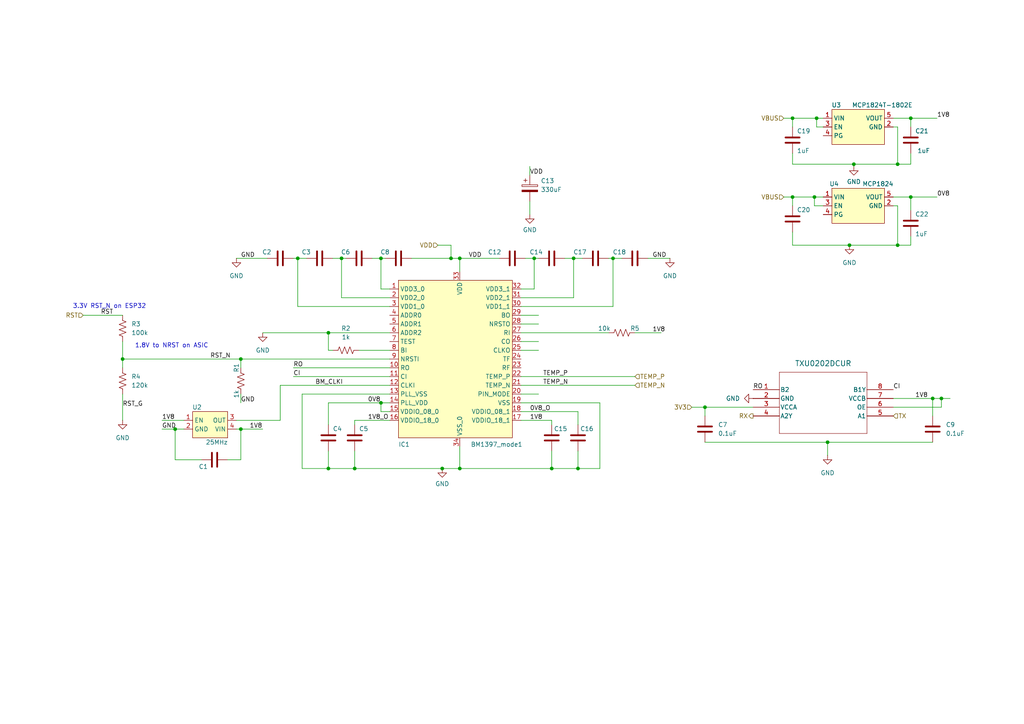
<source format=kicad_sch>
(kicad_sch (version 20231120) (generator "eeschema") (generator_version "8.0")
  (paper "A4")
  (lib_symbols
    (symbol "Device:C" (pin_numbers hide) (pin_names (offset 0.254))
      (property "Reference" "C" (at 0.635 2.54 0))
      (property "Value" "C" (at 0.635 -2.54 0))
      (symbol "C_0_1"
        (polyline (pts (xy -2.032 -0.762) (xy 2.032 -0.762)) (stroke (width 0.508)))
        (polyline (pts (xy -2.032 0.762) (xy 2.032 0.762)) (stroke (width 0.508)))
      )
      (symbol "C_1_1"
        (pin passive line (at 0 3.81 270) (length 2.794) (name "~") (number "1"))
        (pin passive line (at 0 -3.81 90) (length 2.794) (name "~") (number "2"))
      )
    )
    (symbol "Device:C_Polarized" (pin_numbers hide) (pin_names (offset 0.254))
      (property "Reference" "C" (at 0.635 2.54 0))
      (property "Value" "C_Polarized" (at 0.635 -2.54 0))
      (symbol "C_Polarized_0_1"
        (rectangle (start -2.286 0.508) (end 2.286 1.016))
        (polyline (pts (xy -1.778 2.286) (xy -0.762 2.286)))
        (polyline (pts (xy -1.27 2.794) (xy -1.27 1.778)))
        (rectangle (start 2.286 -0.508) (end -2.286 -1.016) (fill (type outline)))
      )
      (symbol "C_Polarized_1_1"
        (pin passive line (at 0 3.81 270) (length 2.794) (name "~") (number "1"))
        (pin passive line (at 0 -3.81 90) (length 2.794) (name "~") (number "2"))
      )
    )
    (symbol "Device:R_US" (pin_numbers hide) (pin_names (offset 0))
      (property "Reference" "R" (at 2.54 0 90))
      (property "Value" "R_US" (at -2.54 0 90))
      (symbol "R_US_0_1"
        (polyline (pts (xy 0 -2.286) (xy 0 -2.54)))
        (polyline (pts (xy 0 2.286) (xy 0 2.54)))
        (polyline (pts (xy 0 -0.762) (xy 1.016 -1.143) (xy 0 -1.524) (xy -1.016 -1.905) (xy 0 -2.286)))
        (polyline (pts (xy 0 0.762) (xy 1.016 0.381) (xy 0 0) (xy -1.016 -0.381) (xy 0 -0.762)))
        (polyline (pts (xy 0 2.286) (xy 1.016 1.905) (xy 0 1.524) (xy -1.016 1.143) (xy 0 0.762)))
      )
      (symbol "R_US_1_1"
        (pin passive line (at 0 3.81 270) (length 1.27) (name "~") (number "1"))
        (pin passive line (at 0 -3.81 90) (length 1.27) (name "~") (number "2"))
      )
    )
    (symbol "GND_1" (power) (pin_numbers hide) (pin_names (offset 0) hide)
      (property "Value" "GND" (at 0 -3.81 0))
      (symbol "GND_1_0_1"
        (polyline (pts (xy 0 0) (xy 0 -1.27) (xy 1.27 -1.27) (xy 0 -2.54) (xy -1.27 -1.27) (xy 0 -1.27)))
      )
      (symbol "GND_1_1_1"
        (pin power_in line (at 0 0 270) (length 0) (name "~") (number "1"))
      )
    )
    (symbol "GND_2" (power) (pin_numbers hide) (pin_names (offset 0) hide)
      (property "Value" "GND" (at 0 -3.81 0))
      (symbol "GND_2_0_1"
        (polyline (pts (xy 0 0) (xy 0 -1.27) (xy 1.27 -1.27) (xy 0 -2.54) (xy -1.27 -1.27) (xy 0 -1.27)))
      )
      (symbol "GND_2_1_1"
        (pin power_in line (at 0 0 270) (length 0) (name "~") (number "1"))
      )
    )
    (symbol "GND_3" (power) (pin_numbers hide) (pin_names (offset 0) hide)
      (property "Value" "GND" (at 0 -3.81 0))
      (symbol "GND_3_0_1"
        (polyline (pts (xy 0 0) (xy 0 -1.27) (xy 1.27 -1.27) (xy 0 -2.54) (xy -1.27 -1.27) (xy 0 -1.27)))
      )
      (symbol "GND_3_1_1"
        (pin power_in line (at 0 0 270) (length 0) (name "~") (number "1"))
      )
    )
    (symbol "GND_4" (power) (pin_numbers hide) (pin_names (offset 0) hide)
      (property "Value" "GND" (at 0 -3.81 0))
      (symbol "GND_4_0_1"
        (polyline (pts (xy 0 0) (xy 0 -1.27) (xy 1.27 -1.27) (xy 0 -2.54) (xy -1.27 -1.27) (xy 0 -1.27)))
      )
      (symbol "GND_4_1_1"
        (pin power_in line (at 0 0 270) (length 0) (name "~") (number "1"))
      )
    )
    (symbol "GND_5" (power) (pin_numbers hide) (pin_names (offset 0) hide)
      (property "Value" "GND" (at 0 -3.81 0))
      (symbol "GND_5_0_1"
        (polyline (pts (xy 0 0) (xy 0 -1.27) (xy 1.27 -1.27) (xy 0 -2.54) (xy -1.27 -1.27) (xy 0 -1.27)))
      )
      (symbol "GND_5_1_1"
        (pin power_in line (at 0 0 270) (length 0) (name "~") (number "1"))
      )
    )
    (symbol "GND_6" (power) (pin_numbers hide) (pin_names (offset 0) hide)
      (property "Value" "GND" (at 0 -3.81 0))
      (symbol "GND_6_0_1"
        (polyline (pts (xy 0 0) (xy 0 -1.27) (xy 1.27 -1.27) (xy 0 -2.54) (xy -1.27 -1.27) (xy 0 -1.27)))
      )
      (symbol "GND_6_1_1"
        (pin power_in line (at 0 0 270) (length 0) (name "~") (number "1"))
      )
    )
    (symbol "MCP1824_1"
      (property "Reference" "U" (at -7.62 5.08 0))
      (property "Value" "MCP1824_1" (at 5.08 5.08 0))
      (symbol "MCP1824_1_0_1"
        (rectangle (start -7.62 3.81) (end 7.62 -6.35) (stroke (width 0.1524)) (fill (type background)))
      )
      (symbol "MCP1824_1_1_0"
        (pin bidirectional line (at -10.16 1.27 0) (length 2.54) (name "VIN") (number "1"))
        (pin bidirectional line (at 10.16 -1.27 180) (length 2.54) (name "GND") (number "2"))
        (pin bidirectional line (at -10.16 -1.27 0) (length 2.54) (name "EN") (number "3"))
        (pin bidirectional line (at -10.16 -3.81 0) (length 2.54) (name "PG") (number "4"))
        (pin bidirectional line (at 10.16 1.27 180) (length 2.54) (name "VOUT") (number "5"))
      )
    )
    (symbol "bitaxe:BM1397_mode1"
      (property "Reference" "IC" (at -17.78 17.78 0))
      (property "Value" "BM1397_mode1" (at -17.78 -30.48 0))
      (symbol "BM1397_mode1_1_0"
        (pin bidirectional line (at -20.32 15.24 0) (length 2.54) (name "VDD3_0") (number "1"))
        (pin bidirectional line (at -20.32 -7.62 0) (length 2.54) (name "RO") (number "10"))
        (pin bidirectional line (at -20.32 -10.16 0) (length 2.54) (name "CI") (number "11"))
        (pin bidirectional line (at -20.32 -12.7 0) (length 2.54) (name "CLKI") (number "12"))
        (pin bidirectional line (at -20.32 -15.24 0) (length 2.54) (name "PLL_VSS") (number "13"))
        (pin bidirectional line (at -20.32 -17.78 0) (length 2.54) (name "PLL_VDD") (number "14"))
        (pin bidirectional line (at -20.32 -20.32 0) (length 2.54) (name "VDDIO_08_0") (number "15"))
        (pin bidirectional line (at -20.32 -22.86 0) (length 2.54) (name "VDDIO_18_0") (number "16"))
        (pin bidirectional line (at 17.78 -22.86 180) (length 2.54) (name "VDDIO_18_1") (number "17"))
        (pin bidirectional line (at 17.78 -20.32 180) (length 2.54) (name "VDDIO_08_1") (number "18"))
        (pin bidirectional line (at 17.78 -17.78 180) (length 2.54) (name "VSS") (number "19"))
        (pin bidirectional line (at -20.32 12.7 0) (length 2.54) (name "VDD2_0") (number "2"))
        (pin bidirectional line (at 17.78 -15.24 180) (length 2.54) (name "PIN_MODE") (number "20"))
        (pin bidirectional line (at 17.78 -12.7 180) (length 2.54) (name "TEMP_N") (number "21"))
        (pin bidirectional line (at 17.78 -10.16 180) (length 2.54) (name "TEMP_P") (number "22"))
        (pin bidirectional line (at 17.78 -7.62 180) (length 2.54) (name "RF") (number "23"))
        (pin bidirectional line (at 17.78 -5.08 180) (length 2.54) (name "TF") (number "24"))
        (pin bidirectional line (at 17.78 -2.54 180) (length 2.54) (name "CLKO") (number "25"))
        (pin bidirectional line (at 17.78 0 180) (length 2.54) (name "CO") (number "26"))
        (pin bidirectional line (at 17.78 2.54 180) (length 2.54) (name "RI") (number "27"))
        (pin bidirectional line (at 17.78 5.08 180) (length 2.54) (name "NRSTO") (number "28"))
        (pin bidirectional line (at 17.78 7.62 180) (length 2.54) (name "BO") (number "29"))
        (pin bidirectional line (at -20.32 10.16 0) (length 2.54) (name "VDD1_0") (number "3"))
        (pin bidirectional line (at 17.78 10.16 180) (length 2.54) (name "VDD1_1") (number "30"))
        (pin bidirectional line (at 17.78 12.7 180) (length 2.54) (name "VDD2_1") (number "31"))
        (pin bidirectional line (at 17.78 15.24 180) (length 2.54) (name "VDD3_1") (number "32"))
        (pin bidirectional line (at 0 20.32 270) (length 2.54) (name "VDD") (number "33"))
        (pin bidirectional line (at 0 -30.48 90) (length 2.54) (name "VSS_0") (number "34"))
        (pin bidirectional line (at -20.32 7.62 0) (length 2.54) (name "ADDR0") (number "4"))
        (pin bidirectional line (at -20.32 5.08 0) (length 2.54) (name "ADDR1") (number "5"))
        (pin bidirectional line (at -20.32 2.54 0) (length 2.54) (name "ADDR2") (number "6"))
        (pin bidirectional line (at -20.32 0 0) (length 2.54) (name "TEST") (number "7"))
        (pin bidirectional line (at -20.32 -2.54 0) (length 2.54) (name "BI") (number "8"))
        (pin bidirectional line (at -20.32 -5.08 0) (length 2.54) (name "NRSTI") (number "9"))
      )
      (symbol "BM1397_mode1_1_1"
        (rectangle (start -17.78 17.78) (end 15.24 -27.94) (stroke (width 0.1524)) (fill (type background)))
      )
    )
    (symbol "bitaxe:MCP1824"
      (property "Reference" "U" (at -7.62 5.08 0))
      (property "Value" "MCP1824" (at 5.08 5.08 0))
      (symbol "MCP1824_0_1"
        (rectangle (start -7.62 3.81) (end 7.62 -6.35) (stroke (width 0.1524)) (fill (type background)))
      )
      (symbol "MCP1824_1_0"
        (pin bidirectional line (at -10.16 1.27 0) (length 2.54) (name "VIN") (number "1"))
        (pin bidirectional line (at 10.16 -1.27 180) (length 2.54) (name "GND") (number "2"))
        (pin bidirectional line (at -10.16 -1.27 0) (length 2.54) (name "EN") (number "3"))
        (pin bidirectional line (at -10.16 -3.81 0) (length 2.54) (name "PG") (number "4"))
        (pin bidirectional line (at 10.16 1.27 180) (length 2.54) (name "VOUT") (number "5"))
      )
    )
    (symbol "bitaxe:TXU0202DCUR" (pin_names (offset 0.254))
      (property "Reference" "U" (at 20.32 10.16 0))
      (property "Value" "TXU0202DCUR" (at 20.32 7.62 0))
      (symbol "TXU0202DCUR_0_1"
        (polyline (pts (xy 7.62 -12.7) (xy 33.02 -12.7)) (stroke (width 0.127)))
        (polyline (pts (xy 7.62 5.08) (xy 7.62 -12.7)) (stroke (width 0.127)))
        (polyline (pts (xy 33.02 -12.7) (xy 33.02 5.08)) (stroke (width 0.127)))
        (polyline (pts (xy 33.02 5.08) (xy 7.62 5.08)) (stroke (width 0.127)))
        (pin input line (at 0 0 0) (length 7.62) (name "B2") (number "1"))
        (pin power_out line (at 0 -2.54 0) (length 7.62) (name "GND") (number "2"))
        (pin power_in line (at 0 -5.08 0) (length 7.62) (name "VCCA") (number "3"))
        (pin output line (at 0 -7.62 0) (length 7.62) (name "A2Y") (number "4"))
        (pin input line (at 40.64 -7.62 180) (length 7.62) (name "A1") (number "5"))
        (pin input line (at 40.64 -5.08 180) (length 7.62) (name "OE") (number "6"))
        (pin power_in line (at 40.64 -2.54 180) (length 7.62) (name "VCCB") (number "7"))
        (pin output line (at 40.64 0 180) (length 7.62) (name "B1Y") (number "8"))
      )
    )
    (symbol "bitaxe:oscillator"
      (property "Reference" "U" (at -3.81 5.08 0))
      (property "Value" "oscillator" (at 0 -5.08 0))
      (symbol "oscillator_0_1"
        (rectangle (start -5.08 3.81) (end 5.08 -3.81) (stroke (width 0.1524)) (fill (type background)))
      )
      (symbol "oscillator_1_0"
        (pin bidirectional line (at -7.62 1.27 0) (length 2.54) (name "EN") (number "1"))
        (pin bidirectional line (at -7.62 -1.27 0) (length 2.54) (name "GND") (number "2"))
        (pin bidirectional line (at 7.62 1.27 180) (length 2.54) (name "OUT") (number "3"))
        (pin bidirectional line (at 7.62 -1.27 180) (length 2.54) (name "VIN") (number "4"))
      )
    )
    (symbol "power:GND" (power) (pin_names (offset 0))
      (property "Value" "GND" (at 0 -3.81 0))
      (symbol "GND_0_1"
        (polyline (pts (xy 0 0) (xy 0 -1.27) (xy 1.27 -1.27) (xy 0 -2.54) (xy -1.27 -1.27) (xy 0 -1.27)))
      )
      (symbol "GND_1_1"
        (pin power_in line (at 0 0 270) (length 0) hide (name "GND") (number "1"))
      )
    )
  )
  (junction (at 240.03 128.27))
  (junction (at 260.35 47.625) (diameter 0.9144))
  (junction (at 229.87 57.15) (diameter 0.9144))
  (junction (at 236.855 34.29))
  (junction (at 95.25 135.89))
  (junction (at 229.87 34.29) (diameter 0.9144))
  (junction (at 160.02 135.89))
  (junction (at 130.81 74.93))
  (junction (at 50.8 124.46))
  (junction (at 204.47 118.11))
  (junction (at 167.64 135.89))
  (junction (at 270.51 115.57))
  (junction (at 128.27 135.89))
  (junction (at 102.87 135.89))
  (junction (at 236.22 57.15))
  (junction (at 247.65 47.625))
  (junction (at 264.16 57.15) (diameter 0.9144))
  (junction (at 99.06 74.93))
  (junction (at 154.94 74.93))
  (junction (at 35.56 104.14))
  (junction (at 273.05 115.57))
  (junction (at 166.37 74.93))
  (junction (at 95.25 96.52))
  (junction (at 264.16 34.29) (diameter 0.9144))
  (junction (at 86.36 74.93))
  (junction (at 177.8 74.93))
  (junction (at 246.38 71.12))
  (junction (at 110.49 116.84))
  (junction (at 133.35 135.89))
  (junction (at 69.85 124.46))
  (junction (at 133.35 74.93))
  (junction (at 260.35 71.12) (diameter 0.9144))
  (junction (at 69.85 104.14))
  (junction (at 110.49 74.93))
  (wire (pts (xy 273.05 118.11) (xy 273.05 115.57)))
  (wire (pts (xy 133.35 135.89) (xy 133.35 129.54)))
  (wire (pts (xy 110.49 74.93) (xy 110.49 83.82)))
  (wire (pts (xy 35.56 104.14) (xy 69.85 104.14)))
  (wire (pts (xy 107.95 74.93) (xy 110.49 74.93)))
  (wire (pts (xy 69.85 124.46) (xy 76.2 124.46)))
  (wire (pts (xy 102.87 130.81) (xy 102.87 135.89)))
  (wire (pts (xy 68.58 124.46) (xy 69.85 124.46)))
  (wire (pts (xy 187.96 74.93) (xy 194.31 74.93)))
  (wire (pts (xy 154.94 74.93) (xy 156.21 74.93)))
  (wire (pts (xy 240.03 128.27) (xy 270.51 128.27)))
  (wire (pts (xy 273.05 115.57) (xy 275.59 115.57)))
  (wire (pts (xy 76.2 96.52) (xy 95.25 96.52)))
  (wire (pts (xy 166.37 86.36) (xy 166.37 74.93)))
  (wire (pts (xy 153.67 58.42) (xy 153.67 62.23)))
  (wire (pts (xy 236.22 59.69) (xy 238.76 59.69)))
  (wire (pts (xy 184.15 96.52) (xy 191.77 96.52)))
  (wire (pts (xy 160.02 130.81) (xy 160.02 135.89)))
  (wire (pts (xy 86.36 88.9) (xy 86.36 74.93)))
  (wire (pts (xy 173.99 116.84) (xy 151.13 116.84)))
  (wire (pts (xy 260.35 71.12) (xy 246.38 71.12)))
  (wire (pts (xy 110.49 119.38) (xy 110.49 116.84)))
  (wire (pts (xy 35.56 104.14) (xy 35.56 106.68)))
  (wire (pts (xy 68.58 121.92) (xy 81.28 121.92)))
  (wire (pts (xy 264.16 34.29) (xy 271.78 34.29)))
  (wire (pts (xy 260.35 59.69) (xy 259.08 59.69)))
  (wire (pts (xy 229.87 47.625) (xy 247.65 47.625)))
  (wire (pts (xy 35.56 114.3) (xy 35.56 121.92)))
  (wire (pts (xy 264.16 44.45) (xy 264.16 47.625)))
  (wire (pts (xy 95.25 130.81) (xy 95.25 135.89)))
  (wire (pts (xy 152.4 74.93) (xy 154.94 74.93)))
  (wire (pts (xy 236.22 59.69) (xy 236.22 57.15)))
  (wire (pts (xy 81.28 111.76) (xy 81.28 121.92)))
  (wire (pts (xy 50.8 133.35) (xy 50.8 124.46)))
  (wire (pts (xy 127 71.12) (xy 130.81 71.12)))
  (wire (pts (xy 227.33 57.15) (xy 229.87 57.15)))
  (wire (pts (xy 46.99 124.46) (xy 50.8 124.46)))
  (wire (pts (xy 167.64 119.38) (xy 167.64 123.19)))
  (wire (pts (xy 95.25 135.89) (xy 102.87 135.89)))
  (wire (pts (xy 259.08 115.57) (xy 270.51 115.57)))
  (wire (pts (xy 229.87 44.45) (xy 229.87 47.625)))
  (wire (pts (xy 87.63 114.3) (xy 87.63 135.89)))
  (wire (pts (xy 229.87 34.29) (xy 229.87 36.83)))
  (wire (pts (xy 236.22 57.15) (xy 238.76 57.15)))
  (wire (pts (xy 151.13 119.38) (xy 167.64 119.38)))
  (wire (pts (xy 95.25 116.84) (xy 110.49 116.84)))
  (wire (pts (xy 236.855 36.83) (xy 236.855 34.29)))
  (wire (pts (xy 119.38 74.93) (xy 130.81 74.93)))
  (wire (pts (xy 151.13 91.44) (xy 156.21 91.44)))
  (wire (pts (xy 229.87 34.29) (xy 236.855 34.29)))
  (wire (pts (xy 68.58 74.93) (xy 77.47 74.93)))
  (wire (pts (xy 151.13 101.6) (xy 156.21 101.6)))
  (wire (pts (xy 85.09 109.22) (xy 113.03 109.22)))
  (wire (pts (xy 259.08 57.15) (xy 264.16 57.15)))
  (wire (pts (xy 113.03 83.82) (xy 110.49 83.82)))
  (wire (pts (xy 229.87 57.15) (xy 229.87 59.69)))
  (wire (pts (xy 86.36 74.93) (xy 88.9 74.93)))
  (wire (pts (xy 128.27 135.89) (xy 133.35 135.89)))
  (wire (pts (xy 259.08 34.29) (xy 264.16 34.29)))
  (wire (pts (xy 204.47 118.11) (xy 218.44 118.11)))
  (wire (pts (xy 166.37 74.93) (xy 168.91 74.93)))
  (wire (pts (xy 133.35 74.93) (xy 133.35 78.74)))
  (wire (pts (xy 173.99 135.89) (xy 173.99 116.84)))
  (wire (pts (xy 133.35 135.89) (xy 160.02 135.89)))
  (wire (pts (xy 66.04 133.35) (xy 69.85 133.35)))
  (wire (pts (xy 151.13 121.92) (xy 160.02 121.92)))
  (wire (pts (xy 200.66 118.11) (xy 204.47 118.11)))
  (wire (pts (xy 153.67 50.8) (xy 153.67 48.26)))
  (wire (pts (xy 81.28 111.76) (xy 113.03 111.76)))
  (wire (pts (xy 270.51 115.57) (xy 270.51 120.65)))
  (wire (pts (xy 151.13 111.76) (xy 184.15 111.76)))
  (wire (pts (xy 69.85 104.14) (xy 113.03 104.14)))
  (wire (pts (xy 46.99 121.92) (xy 53.34 121.92)))
  (wire (pts (xy 151.13 96.52) (xy 176.53 96.52)))
  (wire (pts (xy 95.25 123.19) (xy 95.25 116.84)))
  (wire (pts (xy 69.85 133.35) (xy 69.85 124.46)))
  (wire (pts (xy 163.83 74.93) (xy 166.37 74.93)))
  (wire (pts (xy 151.13 99.06) (xy 156.21 99.06)))
  (wire (pts (xy 167.64 135.89) (xy 173.99 135.89)))
  (wire (pts (xy 264.16 47.625) (xy 260.35 47.625)))
  (wire (pts (xy 24.13 91.44) (xy 35.56 91.44)))
  (wire (pts (xy 130.81 71.12) (xy 130.81 74.93)))
  (wire (pts (xy 85.09 106.68) (xy 113.03 106.68)))
  (wire (pts (xy 236.855 34.29) (xy 238.76 34.29)))
  (wire (pts (xy 144.78 74.93) (xy 133.35 74.93)))
  (wire (pts (xy 264.16 57.15) (xy 264.16 60.96)))
  (wire (pts (xy 151.13 93.98) (xy 156.21 93.98)))
  (wire (pts (xy 204.47 128.27) (xy 240.03 128.27)))
  (wire (pts (xy 176.53 74.93) (xy 177.8 74.93)))
  (wire (pts (xy 50.8 124.46) (xy 53.34 124.46)))
  (wire (pts (xy 102.87 135.89) (xy 128.27 135.89)))
  (wire (pts (xy 113.03 86.36) (xy 99.06 86.36)))
  (wire (pts (xy 113.03 119.38) (xy 110.49 119.38)))
  (wire (pts (xy 110.49 116.84) (xy 113.03 116.84)))
  (wire (pts (xy 260.35 36.83) (xy 260.35 47.625)))
  (wire (pts (xy 160.02 135.89) (xy 167.64 135.89)))
  (wire (pts (xy 104.14 101.6) (xy 113.03 101.6)))
  (wire (pts (xy 229.87 57.15) (xy 236.22 57.15)))
  (wire (pts (xy 95.25 96.52) (xy 113.03 96.52)))
  (wire (pts (xy 69.85 114.3) (xy 69.85 116.84)))
  (wire (pts (xy 259.08 118.11) (xy 273.05 118.11)))
  (wire (pts (xy 35.56 99.06) (xy 35.56 104.14)))
  (wire (pts (xy 167.64 130.81) (xy 167.64 135.89)))
  (wire (pts (xy 102.87 123.19) (xy 102.87 121.92)))
  (wire (pts (xy 96.52 101.6) (xy 95.25 101.6)))
  (wire (pts (xy 102.87 121.92) (xy 113.03 121.92)))
  (wire (pts (xy 95.25 101.6) (xy 95.25 96.52)))
  (wire (pts (xy 260.35 36.83) (xy 259.08 36.83)))
  (wire (pts (xy 87.63 135.89) (xy 95.25 135.89)))
  (wire (pts (xy 58.42 133.35) (xy 50.8 133.35)))
  (wire (pts (xy 264.16 34.29) (xy 264.16 36.83)))
  (wire (pts (xy 87.63 114.3) (xy 113.03 114.3)))
  (wire (pts (xy 151.13 88.9) (xy 177.8 88.9)))
  (wire (pts (xy 204.47 118.11) (xy 204.47 120.65)))
  (wire (pts (xy 260.35 59.69) (xy 260.35 71.12)))
  (wire (pts (xy 110.49 74.93) (xy 111.76 74.93)))
  (wire (pts (xy 227.33 34.29) (xy 229.87 34.29)))
  (wire (pts (xy 85.09 74.93) (xy 86.36 74.93)))
  (wire (pts (xy 247.65 47.625) (xy 260.35 47.625)))
  (wire (pts (xy 113.03 88.9) (xy 86.36 88.9)))
  (wire (pts (xy 264.16 71.12) (xy 260.35 71.12)))
  (wire (pts (xy 229.87 67.31) (xy 229.87 71.12)))
  (wire (pts (xy 177.8 88.9) (xy 177.8 74.93)))
  (wire (pts (xy 130.81 74.93) (xy 133.35 74.93)))
  (wire (pts (xy 247.65 47.625) (xy 247.65 48.26)))
  (wire (pts (xy 96.52 74.93) (xy 99.06 74.93)))
  (wire (pts (xy 99.06 86.36) (xy 99.06 74.93)))
  (wire (pts (xy 264.16 68.58) (xy 264.16 71.12)))
  (wire (pts (xy 160.02 121.92) (xy 160.02 123.19)))
  (wire (pts (xy 264.16 57.15) (xy 271.78 57.15)))
  (wire (pts (xy 99.06 74.93) (xy 100.33 74.93)))
  (wire (pts (xy 236.855 36.83) (xy 238.76 36.83)))
  (wire (pts (xy 240.03 128.27) (xy 240.03 132.08)))
  (wire (pts (xy 246.38 71.12) (xy 229.87 71.12)))
  (wire (pts (xy 270.51 115.57) (xy 273.05 115.57)))
  (wire (pts (xy 154.94 83.82) (xy 154.94 74.93)))
  (wire (pts (xy 69.85 104.14) (xy 69.85 106.68)))
  (wire (pts (xy 151.13 86.36) (xy 166.37 86.36)))
  (wire (pts (xy 151.13 109.22) (xy 184.15 109.22)))
  (wire (pts (xy 151.13 83.82) (xy 154.94 83.82)))
  (wire (pts (xy 151.13 114.3) (xy 156.21 114.3)))
  (wire (pts (xy 177.8 74.93) (xy 180.34 74.93)))
  (text "3.3V RST_N on ESP32" (at 31.75 88.9 0) (effects (font (size 1.27 1.27))))
  (text "1.8V to NRST on ASIC" (at 49.784 100.33 0) (effects (font (size 1.27 1.27))))
  (label "TEMP_N" (at 157.48 111.76 0))
  (label "1V8" (at 153.67 121.92 0))
  (label "0V8" (at 106.68 116.84 0))
  (label "VDD" (at 135.89 74.93 0))
  (label "RST" (at 29.21 91.44 0))
  (label "GND" (at 46.99 124.46 0))
  (label "GND" (at 189.23 74.93 0))
  (label "RST_N" (at 60.96 104.14 0))
  (label "1V8" (at 46.99 121.92 0))
  (label "CI" (at 259.08 113.03 0))
  (label "0V8_O" (at 153.67 119.38 0))
  (label "1V8_O" (at 106.68 121.92 0))
  (label "BM_CLKI" (at 91.44 111.76 0))
  (label "0V8" (at 271.78 57.15 0))
  (label "GND" (at 69.85 74.93 0))
  (label "1V8" (at 189.23 96.52 0))
  (label "CI" (at 85.09 109.22 0))
  (label "1V8" (at 72.39 124.46 0))
  (label "1V8" (at 265.43 115.57 0))
  (label "TEMP_P" (at 157.48 109.22 0))
  (label "GND" (at 69.85 116.84 0))
  (label "RO" (at 218.44 113.03 0))
  (label "RO" (at 85.09 106.68 0))
  (label "1V8" (at 271.78 34.29 0))
  (label "VDD" (at 153.67 50.8 0))
  (label "RST_G" (at 35.56 118.11 0))
  (hierarchical_label "TX" (shape input) (at 259.08 120.65 0))
  (hierarchical_label "3V3" (shape input) (at 200.66 118.11 180))
  (hierarchical_label "RST" (shape input) (at 24.13 91.44 180))
  (hierarchical_label "TEMP_N" (shape input) (at 184.15 111.76 0))
  (hierarchical_label "RX" (shape output) (at 218.44 120.65 180))
  (hierarchical_label "VBUS" (shape input) (at 227.33 34.29 180))
  (hierarchical_label "VBUS" (shape input) (at 227.33 57.15 180))
  (hierarchical_label "VDD" (shape input) (at 127 71.12 180))
  (hierarchical_label "TEMP_P" (shape input) (at 184.15 109.22 0))
  (symbol (lib_id "Device:C") (at 160.02 74.93 90) (unit 1)
    (property "Reference" "C14" (at 157.48 72.39 90) (effects (justify left bottom)))
    (property "Value" "587-5514-1-ND" (effects (hide yes)))
    (property "Footprint" "Capacitor_SMD:C_0402_1005Metric" (effects (hide yes)))
    (property "DK" "587-5514-1-ND" (effects (hide yes)))
  )
  (symbol (lib_id "Device:R_US") (at 35.56 110.49 0) (unit 1)
    (property "Reference" "R4" (at 38.1 109.2199 0) (effects (justify left)))
    (property "Value" "120k" (at 38.1 111.7599 0) (effects (justify left)))
    (property "Footprint" "Resistor_SMD:R_0402_1005Metric" (effects (hide yes)))
    (property "Description" "Resistor, US symbol" (effects (hide yes)))
  )
  (symbol (lib_id "Device:R_US") (at 35.56 95.25 0) (unit 1)
    (property "Reference" "R3" (at 38.1 93.9799 0) (effects (justify left)))
    (property "Value" "100k" (at 38.1 96.5199 0) (effects (justify left)))
    (property "Footprint" "Resistor_SMD:R_0402_1005Metric" (effects (hide yes)))
    (property "Description" "Resistor, US symbol" (effects (hide yes)))
  )
  (symbol (lib_id "Device:C") (at 95.25 127 0) (unit 1)
    (property "Reference" "C4" (at 96.52 125.095 0) (effects (justify left bottom)))
    (property "Value" "587-5514-1-ND" (effects (hide yes)))
    (property "Footprint" "Capacitor_SMD:C_0402_1005Metric" (effects (hide yes)))
    (property "DK" "587-5514-1-ND" (effects (hide yes)))
  )
  (symbol (lib_id "power:GND") (at 247.65 48.26 0) (mirror y) (unit 1)
    (property "Reference" "#PWR012" (effects (hide yes)))
    (property "Value" "GND" (at 247.65 52.705 0))
  )
  (symbol (lib_id "Device:C") (at 167.64 127 0) (unit 1)
    (property "Reference" "C16" (at 168.275 125.095 0) (effects (justify left bottom)))
    (property "Value" "587-5514-1-ND" (effects (hide yes)))
    (property "Footprint" "Capacitor_SMD:C_0402_1005Metric" (effects (hide yes)))
    (property "DK" "587-5514-1-ND" (effects (hide yes)))
  )
  (symbol (lib_id "Device:C") (at 115.57 74.93 90) (unit 1)
    (property "Reference" "C8" (at 113.03 72.39 90) (effects (justify left bottom)))
    (property "Value" "587-5514-1-ND" (effects (hide yes)))
    (property "Footprint" "Capacitor_SMD:C_0402_1005Metric" (effects (hide yes)))
    (property "DK" "587-5514-1-ND" (effects (hide yes)))
  )
  (symbol (lib_id "Device:C") (at 264.16 64.77 0) (unit 1)
    (property "Reference" "C22" (at 265.43 62.865 0) (effects (justify left bottom)))
    (property "Value" "1uF" (at 265.43 68.58 0) (effects (justify left bottom)))
    (property "Footprint" "Capacitor_SMD:C_0402_1005Metric" (effects (hide yes)))
    (property "DK" "587-5514-1-ND" (effects (hide yes)))
  )
  (symbol (lib_name "GND_1") (lib_id "power:GND") (at 68.58 74.93 0) (unit 1)
    (property "Reference" "#PWR07" (effects (hide yes)))
    (property "Value" "GND" (at 68.58 80.01 0))
    (property "Description" "Power symbol creates a global label with name \"GND\" , ground" (effects (hide yes)))
  )
  (symbol (lib_id "Device:C") (at 104.14 74.93 90) (unit 1)
    (property "Reference" "C6" (at 101.6 72.39 90) (effects (justify left bottom)))
    (property "Value" "587-5514-1-ND" (effects (hide yes)))
    (property "Footprint" "Capacitor_SMD:C_0402_1005Metric" (effects (hide yes)))
    (property "DK" "587-5514-1-ND" (effects (hide yes)))
  )
  (symbol (lib_id "power:GND") (at 128.27 135.89 0) (mirror y) (unit 1)
    (property "Reference" "#PWR02" (effects (hide yes)))
    (property "Value" "GND" (at 128.27 140.335 0))
  )
  (symbol (lib_id "Device:C") (at 229.87 40.64 0) (unit 1)
    (property "Reference" "C19" (at 231.14 38.735 0) (effects (justify left bottom)))
    (property "Value" "1uF" (at 231.14 44.45 0) (effects (justify left bottom)))
    (property "Footprint" "Capacitor_SMD:C_0402_1005Metric" (effects (hide yes)))
    (property "DK" "587-5514-1-ND" (effects (hide yes)))
    (property "PARTNO" "EMK105BJ105MV-F" (effects (hide yes)))
  )
  (symbol (lib_id "bitaxe:BM1397_mode1") (at 133.35 99.06 0) (unit 1)
    (property "Reference" "IC1" (at 115.57 128.905 0) (effects (justify left)))
    (property "Value" "BM1397_mode1" (at 136.525 128.905 0) (effects (justify left)))
    (property "Footprint" "bitaxe:BM1397" (effects (hide yes)))
    (property "DNP" "T" (effects (hide yes)))
  )
  (symbol (lib_name "GND_2") (lib_id "power:GND") (at 194.31 74.93 0) (unit 1)
    (property "Reference" "#PWR08" (effects (hide yes)))
    (property "Value" "GND" (at 194.31 80.01 0))
    (property "Description" "Power symbol creates a global label with name \"GND\" , ground" (effects (hide yes)))
  )
  (symbol (lib_id "bitaxe:MCP1824") (at 248.92 35.56 0) (unit 1)
    (property "Reference" "U3" (at 242.57 30.48 0))
    (property "Value" "MCP1824T-1802E" (at 255.905 30.48 0))
    (property "Footprint" "Package_TO_SOT_SMD:SOT-23-5" (effects (hide yes)))
    (property "Datasheet" "https://ww1.microchip.com/downloads/en/DeviceDoc/22070a.pdf" (effects (hide yes)))
    (property "PARTNO" "MCP1824T-1802E/OT" (effects (hide yes)))
    (property "DK" "MCP1824T-1802E/OTCT-ND" (effects (hide yes)))
  )
  (symbol (lib_id "Device:C") (at 81.28 74.93 90) (unit 1)
    (property "Reference" "C2" (at 78.74 72.39 90) (effects (justify left bottom)))
    (property "Value" "587-5514-1-ND" (effects (hide yes)))
    (property "Footprint" "Capacitor_SMD:C_0402_1005Metric" (effects (hide yes)))
    (property "DK" "587-5514-1-ND" (effects (hide yes)))
  )
  (symbol (lib_id "Device:C") (at 92.71 74.93 90) (unit 1)
    (property "Reference" "C3" (at 90.17 72.39 90) (effects (justify left bottom)))
    (property "Value" "587-5514-1-ND" (effects (hide yes)))
    (property "Footprint" "Capacitor_SMD:C_0402_1005Metric" (effects (hide yes)))
    (property "DK" "587-5514-1-ND" (effects (hide yes)))
  )
  (symbol (lib_id "Device:C") (at 264.16 40.64 0) (unit 1)
    (property "Reference" "C21" (at 265.43 38.735 0) (effects (justify left bottom)))
    (property "Value" "1uF" (at 266.065 44.45 0) (effects (justify left bottom)))
    (property "Footprint" "Capacitor_SMD:C_0402_1005Metric" (effects (hide yes)))
    (property "DK" "587-5514-1-ND" (effects (hide yes)))
    (property "PARTNO" "EMK105BJ105MV-F" (effects (hide yes)))
  )
  (symbol (lib_id "Device:C") (at 102.87 127 0) (unit 1)
    (property "Reference" "C5" (at 104.14 125.095 0) (effects (justify left bottom)))
    (property "Value" "587-5514-1-ND" (effects (hide yes)))
    (property "Footprint" "Capacitor_SMD:C_0402_1005Metric" (effects (hide yes)))
    (property "DK" "587-5514-1-ND" (effects (hide yes)))
  )
  (symbol (lib_id "Device:C") (at 172.72 74.93 90) (unit 1)
    (property "Reference" "C17" (at 170.18 72.39 90) (effects (justify left bottom)))
    (property "Value" "587-5514-1-ND" (effects (hide yes)))
    (property "Footprint" "Capacitor_SMD:C_0402_1005Metric" (effects (hide yes)))
    (property "DK" "587-5514-1-ND" (effects (hide yes)))
  )
  (symbol (lib_name "MCP1824_1") (lib_id "bitaxe:MCP1824") (at 248.92 58.42 0) (unit 1)
    (property "Reference" "U4" (at 241.935 53.34 0))
    (property "Value" "MCP1824" (at 254.635 53.34 0))
    (property "Footprint" "Package_TO_SOT_SMD:SOT-23-5" (effects (hide yes)))
    (property "Datasheet" "https://ww1.microchip.com/downloads/en/DeviceDoc/22070a.pdf" (effects (hide yes)))
    (property "PARTNO" "MCP1824T-0802E/OT" (effects (hide yes)))
    (property "DK" "MCP1824T-0802E/OTCT-ND" (effects (hide yes)))
  )
  (symbol (lib_name "GND_1") (lib_id "power:GND") (at 76.2 96.52 0) (unit 1)
    (property "Reference" "#PWR05" (effects (hide yes)))
    (property "Value" "GND" (at 76.2 101.6 0))
    (property "Description" "Power symbol creates a global label with name \"GND\" , ground" (effects (hide yes)))
  )
  (symbol (lib_id "Device:R_US") (at 69.85 110.49 180) (unit 1)
    (property "Reference" "R1" (at 68.58 106.68 90))
    (property "Value" "1k" (at 68.58 114.3 90))
    (property "Footprint" "Resistor_SMD:R_0402_1005Metric" (effects (hide yes)))
    (property "DK" "YAG2306CT-ND" (effects (hide yes)))
  )
  (symbol (lib_id "Device:C") (at 229.87 63.5 0) (unit 1)
    (property "Reference" "C20" (at 231.14 61.595 0) (effects (justify left bottom)))
    (property "Value" "311-3342-1-ND" (effects (hide yes)))
    (property "Footprint" "Capacitor_SMD:C_0402_1005Metric" (effects (hide yes)))
    (property "DK" "1292-1639-1-ND" (effects (hide yes)))
  )
  (symbol (lib_id "Device:C") (at 148.59 74.93 90) (unit 1)
    (property "Reference" "C12" (at 145.415 72.39 90) (effects (justify left bottom)))
    (property "Value" "587-5514-1-ND" (effects (hide yes)))
    (property "Footprint" "Capacitor_SMD:C_0402_1005Metric" (effects (hide yes)))
    (property "DK" "587-5514-1-ND" (effects (hide yes)))
  )
  (symbol (lib_id "Device:C") (at 62.23 133.35 90) (unit 1)
    (property "Reference" "C1" (at 60.325 134.62 90) (effects (justify left bottom)))
    (property "Value" "311-3342-1-ND" (effects (hide yes)))
    (property "Footprint" "Capacitor_SMD:C_0402_1005Metric" (effects (hide yes)))
    (property "DK" "1292-1639-1-ND" (effects (hide yes)))
  )
  (symbol (lib_name "GND_3") (lib_id "power:GND") (at 35.56 121.92 0) (unit 1)
    (property "Reference" "#PWR03" (effects (hide yes)))
    (property "Value" "GND" (at 35.56 127 0))
    (property "Description" "Power symbol creates a global label with name \"GND\" , ground" (effects (hide yes)))
  )
  (symbol (lib_id "bitaxe:TXU0202DCUR") (at 218.44 113.03 0) (unit 1)
    (property "Reference" "U6" (effects (hide yes)))
    (property "Value" "TXU0202DCUR" (at 238.76 105.41 0) (effects (font (size 1.524 1.524))))
    (property "Footprint" "SO8_DCU_TEX" (effects (hide yes)))
    (property "Datasheet" "TXU0202DCUR" (effects (hide yes)))
  )
  (symbol (lib_id "Device:R_US") (at 180.34 96.52 90) (unit 1)
    (property "Reference" "R5" (at 184.15 95.25 90))
    (property "Value" "10k" (at 175.26 95.25 90))
    (property "Footprint" "Resistor_SMD:R_0402_1005Metric" (effects (hide yes)))
    (property "DK" "311-10KJRCT-ND" (effects (hide yes)))
  )
  (symbol (lib_id "Device:C") (at 160.02 127 0) (unit 1)
    (property "Reference" "C15" (at 160.655 125.095 0) (effects (justify left bottom)))
    (property "Value" "587-5514-1-ND" (effects (hide yes)))
    (property "Footprint" "Capacitor_SMD:C_0402_1005Metric" (effects (hide yes)))
    (property "DK" "587-5514-1-ND" (effects (hide yes)))
  )
  (symbol (lib_id "Device:C_Polarized") (at 153.67 54.61 0) (unit 1)
    (property "Reference" "C13" (at 156.845 52.4509 0) (effects (justify left)))
    (property "Value" "330uF" (at 156.845 54.9909 0) (effects (justify left)))
    (property "Footprint" "Capacitor_SMD:C_1210_3225Metric" (effects (hide yes)))
    (property "DK" "718-1028-1-ND" (effects (hide yes)))
    (property "PARTNO" "490-GRM32ER60G337ME05KTR-ND" (effects (hide yes)))
  )
  (symbol (lib_id "Device:C") (at 184.15 74.93 90) (unit 1)
    (property "Reference" "C18" (at 181.61 72.39 90) (effects (justify left bottom)))
    (property "Value" "587-5514-1-ND" (effects (hide yes)))
    (property "Footprint" "Capacitor_SMD:C_0402_1005Metric" (effects (hide yes)))
    (property "DK" "587-5514-1-ND" (effects (hide yes)))
  )
  (symbol (lib_id "bitaxe:oscillator") (at 60.96 123.19 0) (unit 1)
    (property "Reference" "U2" (at 57.15 118.11 0))
    (property "Value" "25MHz" (at 62.865 128.27 0))
    (property "Footprint" "bitaxe:O 25,0-JO32-B-1V3-1-T1-LF" (effects (hide yes)))
    (property "Datasheet" "https://www.jauch.com/downloadfile/5ef1edcfb8e2f73163c8ce8009ef659d1/jo32-1.8-3.3v.pdf" (effects (hide yes)))
    (property "DK" "1908-O250-JO32-B-1V3-1-T1-LFCT-ND" (effects (hide yes)))
    (property "PARTNO" "O 25,0-JO32-B-1V3-1-T1-LF" (effects (hide yes)))
  )
  (symbol (lib_name "GND_6") (lib_id "power:GND") (at 240.03 132.08 0) (unit 1)
    (property "Reference" "#PWR015" (effects (hide yes)))
    (property "Value" "GND" (at 240.03 137.16 0))
    (property "Description" "Power symbol creates a global label with name \"GND\" , ground" (effects (hide yes)))
  )
  (symbol (lib_id "Device:R_US") (at 100.33 101.6 90) (unit 1)
    (property "Reference" "R2" (at 100.33 95.25 90))
    (property "Value" "1k" (at 100.33 97.79 90))
    (property "Footprint" "Resistor_SMD:R_0402_1005Metric" (effects (hide yes)))
    (property "Description" "Resistor, US symbol" (effects (hide yes)))
  )
  (symbol (lib_id "Device:C") (at 270.51 124.46 0) (unit 1)
    (property "Reference" "C9" (at 274.32 123.1899 0) (effects (justify left)))
    (property "Value" "0.1uF" (at 274.32 125.7299 0) (effects (justify left)))
    (property "Footprint" "Capacitor_SMD:C_0402_1005Metric" (effects (hide yes)))
    (property "Description" "Unpolarized capacitor" (effects (hide yes)))
  )
  (symbol (lib_name "GND_5") (lib_id "power:GND") (at 246.38 71.12 0) (unit 1)
    (property "Reference" "#PWR013" (effects (hide yes)))
    (property "Value" "GND" (at 246.38 76.2 0))
    (property "Description" "Power symbol creates a global label with name \"GND\" , ground" (effects (hide yes)))
  )
  (symbol (lib_id "power:GND") (at 153.67 62.23 0) (mirror y) (unit 1)
    (property "Reference" "#PWR01" (effects (hide yes)))
    (property "Value" "GND" (at 153.67 66.675 0))
  )
  (symbol (lib_name "GND_4") (lib_id "power:GND") (at 218.44 115.57 270) (unit 1)
    (property "Reference" "#PWR014" (effects (hide yes)))
    (property "Value" "GND" (at 214.63 115.5699 90) (effects (justify right)))
    (property "Description" "Power symbol creates a global label with name \"GND\" , ground" (effects (hide yes)))
  )
  (symbol (lib_id "Device:C") (at 204.47 124.46 180) (unit 1)
    (property "Reference" "C7" (at 208.28 123.1899 0) (effects (justify right)))
    (property "Value" "0.1uF" (at 208.28 125.7299 0) (effects (justify right)))
    (property "Footprint" "Capacitor_SMD:C_0402_1005Metric" (effects (hide yes)))
    (property "Description" "Unpolarized capacitor" (effects (hide yes)))
  )
)
</source>
